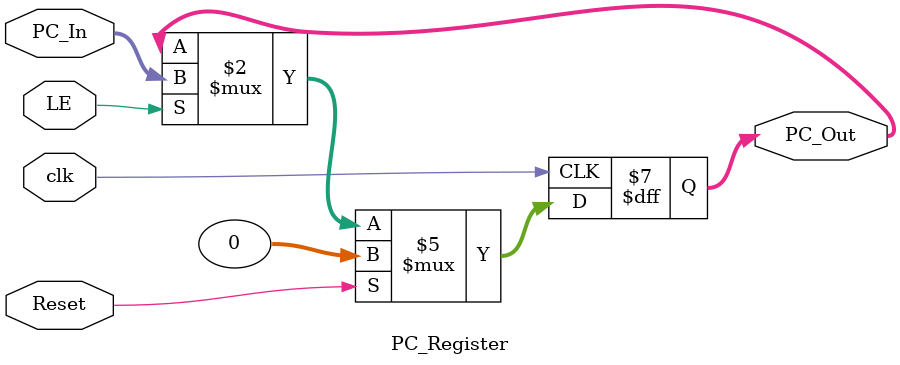
<source format=v>
module PC_Register (
    output reg [31:0] PC_Out, //Program Counter Output 
    input [31:0] PC_In, //Program Counter Input
    input LE, Reset, clk //Load enable, Reset signal and Clock Signal
    );

    always @ (posedge clk) begin
        if (Reset) PC_Out <= 32'b00000000000000000000000000000000;
        else if (LE) PC_Out <= PC_In; 
        /*be aware when initializing the LE for the testbench, 
        LE should be assigned a constant value of 1 
        (which always loads the values) */
    end
endmodule

</source>
